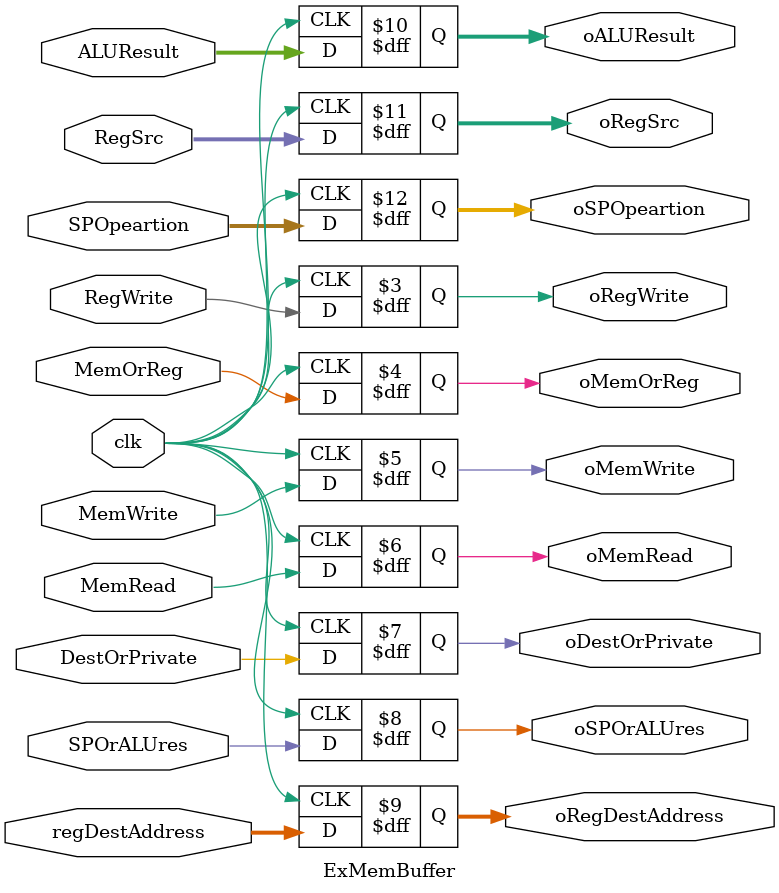
<source format=v>
module ExMemBuffer(
      input RegWrite, MemOrReg, DestOrPrivate, MemWrite ,MemRead , clk, SPOrALUres
    , input [3:0] regDestAddress
    , input [15:0] ALUResult, RegSrc
    , input [1:0] SPOpeartion
    , output reg oRegWrite, oMemOrReg,  oMemWrite , oMemRead  ,  oDestOrPrivate , oSPOrALUres
    , output reg [3:0] oRegDestAddress
    , output reg [15:0] oALUResult , oRegSrc
    , output reg [1:0] oSPOpeartion
     );

initial begin
    oRegWrite=0;
    oMemOrReg=0;
    oDestOrPrivate=0;
    oRegDestAddress=0;
    oSPOpeartion=0;
    oMemWrite=0;
    oMemRead=0;
    oSPOrALUres=0;
    oALUResult=0;
    oRegSrc=0;
end

always @(posedge clk)
begin 
    oRegWrite=RegWrite;
    oMemOrReg=MemOrReg;
    oDestOrPrivate=DestOrPrivate;
    oRegDestAddress=regDestAddress;
    oALUResult=ALUResult;
    oSPOpeartion=SPOpeartion;
    oMemWrite=MemWrite;
    oMemRead=MemRead;
    oSPOrALUres=SPOrALUres;
    oRegSrc=RegSrc;
end

endmodule
</source>
